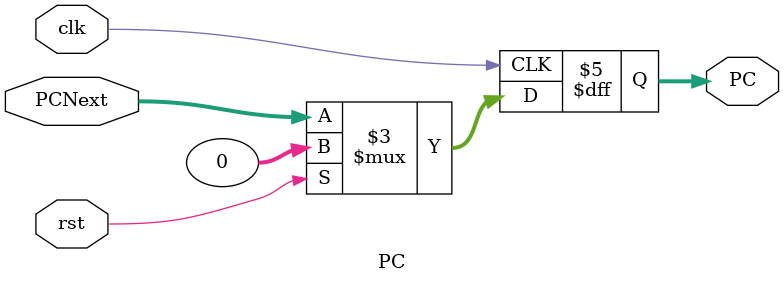
<source format=sv>
module PC (
    input rst,
    input clk,
    input [31:0] PCNext,
    output reg [31:0] PC
);
  always @(posedge clk) begin
    if (rst) begin
      PC <= 32'b0;
    end else begin

      PC <= PCNext;
    end
  end


endmodule

</source>
